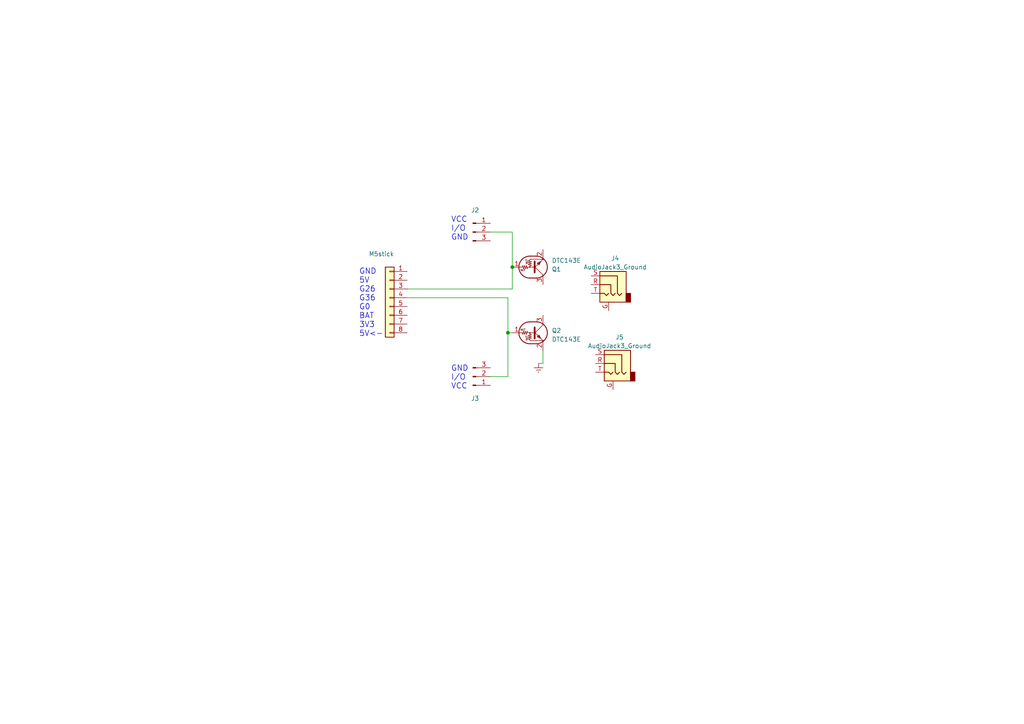
<source format=kicad_sch>
(kicad_sch (version 20230121) (generator eeschema)
  (paper "A4")
  (lib_symbols
    (symbol "Connector:Conn_01x03_Pin" (pin_names (offset 1.016) hide)
      (property "Reference" "J" (at 0 5.08 0))
      (property "Value" "Conn_01x03_Pin" (at 0 -5.08 0))
      (symbol "Conn_01x03_Pin_1_1"
        (polyline (pts (xy 1.27 -2.54) (xy 0.8636 -2.54)) (stroke (width 0.1524)))
        (polyline (pts (xy 1.27 0) (xy 0.8636 0)) (stroke (width 0.1524)))
        (polyline (pts (xy 1.27 2.54) (xy 0.8636 2.54)) (stroke (width 0.1524)))
        (rectangle (start 0.8636 -2.413) (end 0 -2.667) (stroke (width 0.1524)) (fill (type outline)))
        (rectangle (start 0.8636 0.127) (end 0 -0.127) (stroke (width 0.1524)) (fill (type outline)))
        (rectangle (start 0.8636 2.667) (end 0 2.413) (stroke (width 0.1524)) (fill (type outline)))
        (pin passive line (at 5.08 2.54 180) (length 3.81) (name "Pin_1") (number "1"))
        (pin passive line (at 5.08 0 180) (length 3.81) (name "Pin_2") (number "2"))
        (pin passive line (at 5.08 -2.54 180) (length 3.81) (name "Pin_3") (number "3"))
      )
    )
    (symbol "Connector_Audio:AudioJack3_Ground"
      (property "Reference" "J" (at 0 8.89 0))
      (property "Value" "AudioJack3_Ground" (at 0 6.35 0))
      (symbol "AudioJack3_Ground_0_1"
        (rectangle (start -5.08 -2.54) (end -6.35 -5.08) (stroke (width 0.254)) (fill (type outline)))
        (polyline (pts (xy 0 -2.54) (xy 0.635 -3.175) (xy 1.27 -2.54) (xy 2.54 -2.54)) (stroke (width 0.254)))
        (polyline (pts (xy -1.905 -2.54) (xy -1.27 -3.175) (xy -0.635 -2.54) (xy -0.635 0) (xy 2.54 0)) (stroke (width 0.254)))
        (polyline (pts (xy 2.54 2.54) (xy -2.54 2.54) (xy -2.54 -2.54) (xy -3.175 -3.175) (xy -3.81 -2.54)) (stroke (width 0.254)))
        (rectangle (start 2.54 3.81) (end -5.08 -5.08) (stroke (width 0.254)) (fill (type background)))
      )
      (symbol "AudioJack3_Ground_1_1"
        (pin passive line (at 0 -7.62 90) (length 2.54) (name "~") (number "G"))
        (pin passive line (at 5.08 0 180) (length 2.54) (name "~") (number "R"))
        (pin passive line (at 5.08 2.54 180) (length 2.54) (name "~") (number "S"))
        (pin passive line (at 5.08 -2.54 180) (length 2.54) (name "~") (number "T"))
      )
    )
    (symbol "Connector_Generic:Conn_01x08" (pin_names (offset 1.016) hide)
      (property "Reference" "J" (at 0 10.16 0))
      (property "Value" "Conn_01x08" (at 0 -12.7 0))
      (symbol "Conn_01x08_1_1"
        (rectangle (start -1.27 -10.033) (end 0 -10.287) (stroke (width 0.1524)))
        (rectangle (start -1.27 -7.493) (end 0 -7.747) (stroke (width 0.1524)))
        (rectangle (start -1.27 -4.953) (end 0 -5.207) (stroke (width 0.1524)))
        (rectangle (start -1.27 -2.413) (end 0 -2.667) (stroke (width 0.1524)))
        (rectangle (start -1.27 0.127) (end 0 -0.127) (stroke (width 0.1524)))
        (rectangle (start -1.27 2.667) (end 0 2.413) (stroke (width 0.1524)))
        (rectangle (start -1.27 5.207) (end 0 4.953) (stroke (width 0.1524)))
        (rectangle (start -1.27 7.747) (end 0 7.493) (stroke (width 0.1524)))
        (rectangle (start -1.27 8.89) (end 1.27 -11.43) (stroke (width 0.254)) (fill (type background)))
        (pin passive line (at -5.08 7.62 0) (length 3.81) (name "Pin_1") (number "1"))
        (pin passive line (at -5.08 5.08 0) (length 3.81) (name "Pin_2") (number "2"))
        (pin passive line (at -5.08 2.54 0) (length 3.81) (name "Pin_3") (number "3"))
        (pin passive line (at -5.08 0 0) (length 3.81) (name "Pin_4") (number "4"))
        (pin passive line (at -5.08 -2.54 0) (length 3.81) (name "Pin_5") (number "5"))
        (pin passive line (at -5.08 -5.08 0) (length 3.81) (name "Pin_6") (number "6"))
        (pin passive line (at -5.08 -7.62 0) (length 3.81) (name "Pin_7") (number "7"))
        (pin passive line (at -5.08 -10.16 0) (length 3.81) (name "Pin_8") (number "8"))
      )
    )
    (symbol "Transistor_BJT:DTC143E" (pin_names (offset 0) hide)
      (property "Reference" "Q" (at 5.08 1.905 0))
      (property "Value" "DTC143E" (at 5.08 0 0))
      (symbol "DTC143E_0_0"
        (text "4k7" (at -3.302 0.889 0) (effects (font (size 0.508 0.508))))
        (text "4k7" (at -2.159 -1.524 900) (effects (font (size 0.508 0.508))))
      )
      (symbol "DTC143E_0_1"
        (circle (center -1.27 0) (radius 0.127))
        (arc (start -1.27 3.175) (mid -4.4312 0) (end -1.27 -3.175) (stroke (width 0.254)))
        (polyline (pts (xy -3.429 0) (xy -3.81 0)))
        (polyline (pts (xy -1.27 -3.175) (xy 0.635 -3.175)) (stroke (width 0.254)))
        (polyline (pts (xy -1.27 3.175) (xy 0.635 3.175)) (stroke (width 0.254)))
        (polyline (pts (xy 0 -0.254) (xy 2.54 2.286)))
        (polyline (pts (xy 0.127 1.524) (xy 0.127 -1.651)) (stroke (width 0.508)) (fill (type outline)))
        (polyline (pts (xy 2.54 2.286) (xy 2.54 2.54)))
        (polyline (pts (xy 2.54 -2.286) (xy 0 0.254) (xy 0 0.254)))
        (polyline (pts (xy 0.889 -1.143) (xy 1.397 -0.635) (xy 1.905 -1.651) (xy 0.889 -1.143)) (fill (type outline)))
        (polyline (pts (xy 0 0) (xy -1.905 0) (xy -2.032 0.508) (xy -2.286 -0.508) (xy -2.54 0.508) (xy -2.794 -0.508) (xy -3.048 0.508) (xy -3.302 -0.508) (xy -3.429 0)))
        (polyline (pts (xy -1.27 0) (xy -1.27 -0.381) (xy -0.762 -0.508) (xy -1.778 -0.762) (xy -0.762 -1.016) (xy -1.778 -1.27) (xy -0.762 -1.524) (xy -1.778 -1.778) (xy -1.27 -1.905) (xy -1.27 -2.286) (xy 2.54 -2.286)))
        (arc (start 0.635 -3.175) (mid 3.7962 0) (end 0.635 3.175) (stroke (width 0.254)))
        (circle (center 2.54 -2.286) (radius 0.127))
      )
      (symbol "DTC143E_1_1"
        (pin input line (at -6.35 0 0) (length 2.54) (name "B") (number "1"))
        (pin passive line (at 2.54 -5.08 90) (length 2.54) (name "E") (number "2"))
        (pin passive line (at 2.54 5.08 270) (length 2.54) (name "C") (number "3"))
      )
    )
    (symbol "power:GNDREF" (power) (pin_names (offset 0))
      (property "Value" "GNDREF" (at 0 -3.81 0))
      (symbol "GNDREF_0_1"
        (polyline (pts (xy -0.635 -1.905) (xy 0.635 -1.905)))
        (polyline (pts (xy -0.127 -2.54) (xy 0.127 -2.54)))
        (polyline (pts (xy 0 -1.27) (xy 0 0)))
        (polyline (pts (xy 1.27 -1.27) (xy -1.27 -1.27)))
      )
      (symbol "GNDREF_1_1"
        (pin power_in line (at 0 0 270) (length 0) hide (name "GNDREF") (number "1"))
      )
    )
  )
  (junction (at 148.59 77.47))
  (junction (at 147.32 96.52))
  (wire (pts (xy 157.48 105.41) (xy 156.21 105.41)))
  (wire (pts (xy 147.32 86.36) (xy 147.32 96.52)))
  (wire (pts (xy 118.11 83.82) (xy 148.59 83.82)))
  (wire (pts (xy 147.32 96.52) (xy 147.32 109.22)))
  (wire (pts (xy 142.24 67.31) (xy 148.59 67.31)))
  (wire (pts (xy 148.59 83.82) (xy 148.59 77.47)))
  (wire (pts (xy 118.11 86.36) (xy 147.32 86.36)))
  (wire (pts (xy 142.24 109.22) (xy 147.32 109.22)))
  (wire (pts (xy 148.59 67.31) (xy 148.59 77.47)))
  (wire (pts (xy 157.48 101.6) (xy 157.48 105.41)))
  (wire (pts (xy 147.32 96.52) (xy 148.59 96.52)))
  (text "VCC\nI/O\nGND" (at 130.81 69.85 0) (effects (font (size 1.6 1.6)) (justify left bottom)))
  (text "GND\n5V\nG26\nG36\nG0\nBAT\n3V3\n5V<-" (at 104.14 97.79 0) (effects (font (size 1.6 1.6)) (justify left bottom)))
  (text "GND\nI/O\nVCC" (at 130.81 113.03 0) (effects (font (size 1.6 1.6)) (justify left bottom)))
  (symbol (lib_id "Connector:Conn_01x03_Pin") (at 137.16 67.31 0) (unit 1)
    (property "Reference" "J2" (at 137.795 60.96 0))
    (property "Value" "Conn_01x03_Pin" (effects hide))
  )
  (symbol (lib_id "Connector_Audio:AudioJack3_Ground") (at 176.53 82.55 0) (mirror y) (unit 1)
    (property "Reference" "J4" (at 178.435 74.93 0))
    (property "Value" "AudioJack3_Ground" (at 178.435 77.47 0))
  )
  (symbol (lib_id "Connector_Generic:Conn_01x08") (at 113.03 86.36 0) (mirror y) (unit 1)
    (property "Reference" "M5stick" (at 114.3 73.66 0) (effects (justify left)))
    (property "Value" "Conn_01x08" (effects hide))
  )
  (symbol (lib_id "Connector_Audio:AudioJack3_Ground") (at 177.8 105.41 0) (mirror y) (unit 1)
    (property "Reference" "J5" (at 179.705 97.79 0))
    (property "Value" "AudioJack3_Ground" (at 179.705 100.33 0))
  )
  (symbol (lib_id "power:GNDREF") (at 156.21 105.41 0) (unit 1)
    (property "Reference" "#PWR01" (effects hide))
    (property "Value" "GNDREF" (effects hide))
  )
  (symbol (lib_id "Connector:Conn_01x03_Pin") (at 137.16 109.22 0) (mirror x) (unit 1)
    (property "Reference" "J3" (at 137.795 115.57 0))
    (property "Value" "Conn_01x03_Pin" (effects hide))
  )
  (symbol (lib_id "Transistor_BJT:DTC143E") (at 154.94 96.52 0) (unit 1)
    (property "Reference" "Q2" (at 160.02 95.885 0) (effects (justify left)))
    (property "Value" "DTC143E" (at 160.02 98.425 0) (effects (justify left)))
  )
  (symbol (lib_id "Transistor_BJT:DTC143E") (at 154.94 77.47 0) (mirror x) (unit 1)
    (property "Reference" "Q1" (at 160.02 78.105 0) (effects (justify left)))
    (property "Value" "DTC143E" (at 160.02 75.565 0) (effects (justify left)))
  )
)
</source>
